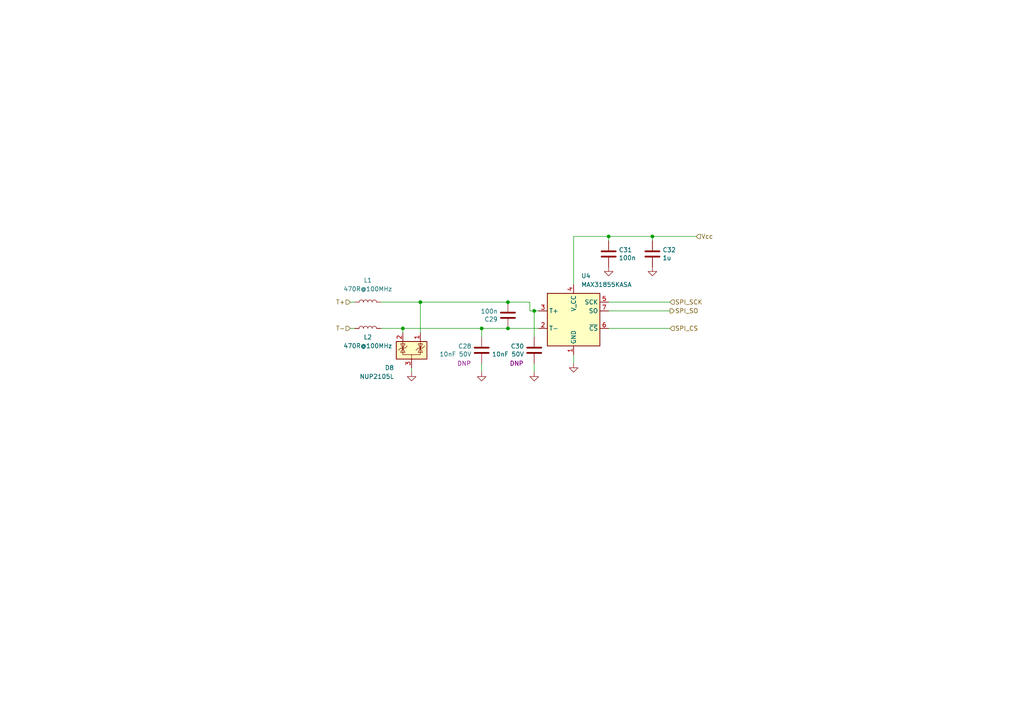
<source format=kicad_sch>
(kicad_sch (version 20230121) (generator eeschema)
  (paper "A4")
  (lib_symbols
    (symbol "Device:C" (pin_numbers hide) (pin_names (offset 0.254))
      (property "Reference" "C" (at 0.635 2.54 0))
      (property "Value" "C" (at 0.635 -2.54 0))
      (symbol "C_0_1"
        (polyline (pts (xy -2.032 -0.762) (xy 2.032 -0.762)) (stroke (width 0.508)))
        (polyline (pts (xy -2.032 0.762) (xy 2.032 0.762)) (stroke (width 0.508)))
      )
      (symbol "C_1_1"
        (pin passive line (at 0 3.81 270) (length 2.794) (name "~") (number "1"))
        (pin passive line (at 0 -3.81 90) (length 2.794) (name "~") (number "2"))
      )
    )
    (symbol "Device:L" (pin_numbers hide) (pin_names (offset 1.016) hide)
      (property "Reference" "L" (at -1.27 0 90))
      (property "Value" "L" (at 1.905 0 90))
      (symbol "L_0_1"
        (arc (start 0 -2.54) (mid 0.6323 -1.905) (end 0 -1.27))
        (arc (start 0 -1.27) (mid 0.6323 -0.635) (end 0 0))
        (arc (start 0 0) (mid 0.6323 0.635) (end 0 1.27))
        (arc (start 0 1.27) (mid 0.6323 1.905) (end 0 2.54))
      )
      (symbol "L_1_1"
        (pin passive line (at 0 3.81 270) (length 1.27) (name "1") (number "1"))
        (pin passive line (at 0 -3.81 90) (length 1.27) (name "2") (number "2"))
      )
    )
    (symbol "MAX31855KASA_1"
      (property "Reference" "U" (at -7.62 8.89 0))
      (property "Value" "MAX31855KASA" (at 1.27 8.89 0))
      (symbol "MAX31855KASA_1_0_1"
        (rectangle (start -7.62 7.62) (end 7.62 -7.62) (stroke (width 0.254)) (fill (type background)))
      )
      (symbol "MAX31855KASA_1_1_1"
        (pin power_in line (at 0 -10.16 90) (length 2.54) (name "GND") (number "1"))
        (pin passive line (at -10.16 -2.54 0) (length 2.54) (name "T-") (number "2"))
        (pin passive line (at -10.16 2.54 0) (length 2.54) (name "T+") (number "3"))
        (pin power_in line (at 0 10.16 270) (length 2.54) (name "V_CC") (number "4"))
        (pin input line (at 10.16 5.08 180) (length 2.54) (name "SCK") (number "5"))
        (pin input line (at 10.16 -2.54 180) (length 2.54) (name "~{CS}") (number "6"))
        (pin tri_state line (at 10.16 2.54 180) (length 2.54) (name "SO") (number "7"))
      )
    )
    (symbol "Power_Protection:NUP2105L" (pin_names hide)
      (property "Reference" "D" (at 5.715 2.54 0))
      (property "Value" "NUP2105L" (at 5.715 0.635 0))
      (symbol "NUP2105L_0_0"
        (pin passive line (at 0 -5.08 90) (length 2.54) (name "A") (number "3"))
      )
      (symbol "NUP2105L_0_1"
        (rectangle (start -4.445 2.54) (end 4.445 -2.54) (stroke (width 0.254)) (fill (type background)))
        (polyline (pts (xy -2.54 2.54) (xy -2.54 0.635)))
        (polyline (pts (xy 0 -1.27) (xy 0 -2.54)))
        (polyline (pts (xy 2.54 2.54) (xy 2.54 0.635)))
        (polyline (pts (xy -3.81 1.27) (xy -3.175 0.635) (xy -1.905 0.635) (xy -1.27 0)))
        (polyline (pts (xy -2.54 0.635) (xy -2.54 -1.27) (xy 2.54 -1.27) (xy 2.54 0.635)))
        (polyline (pts (xy -2.54 0.635) (xy -1.905 -0.635) (xy -3.175 -0.635) (xy -2.54 0.635)))
        (polyline (pts (xy 2.54 0.635) (xy 1.905 -0.635) (xy 3.175 -0.635) (xy 2.54 0.635)))
        (polyline (pts (xy 2.54 0.635) (xy 3.175 1.905) (xy 1.905 1.905) (xy 2.54 0.635)))
        (polyline (pts (xy -2.54 0.635) (xy -3.175 1.905) (xy -1.905 1.905) (xy -2.54 0.635) (xy -2.54 1.27)))
        (polyline (pts (xy 1.27 1.27) (xy 1.905 0.635) (xy 2.54 0.635) (xy 3.175 0.635) (xy 3.81 0)))
      )
      (symbol "NUP2105L_1_1"
        (pin passive line (at -2.54 5.08 270) (length 2.54) (name "K") (number "1"))
        (pin passive line (at 2.54 5.08 270) (length 2.54) (name "K") (number "2"))
      )
    )
    (symbol "power:GND" (power) (pin_names (offset 0))
      (property "Value" "GND" (at 0 -3.81 0))
      (symbol "GND_0_1"
        (polyline (pts (xy 0 0) (xy 0 -1.27) (xy 1.27 -1.27) (xy 0 -2.54) (xy -1.27 -1.27) (xy 0 -1.27)))
      )
      (symbol "GND_1_1"
        (pin power_in line (at 0 0 270) (length 0) hide (name "GND") (number "1"))
      )
    )
  )
  (junction (at 176.53 68.58))
  (junction (at 147.32 87.63))
  (junction (at 116.84 95.25))
  (junction (at 121.92 87.63))
  (junction (at 189.23 68.58))
  (junction (at 139.7 95.25))
  (junction (at 154.94 90.17))
  (junction (at 147.32 95.25))
  (wire (pts (xy 166.37 82.55) (xy 166.37 68.58)))
  (wire (pts (xy 119.38 107.95) (xy 119.38 106.68)))
  (wire (pts (xy 166.37 68.58) (xy 176.53 68.58)))
  (wire (pts (xy 121.92 87.63) (xy 121.92 96.52)))
  (wire (pts (xy 189.23 68.58) (xy 189.23 69.85)))
  (wire (pts (xy 154.94 90.17) (xy 154.94 97.79)))
  (wire (pts (xy 176.53 68.58) (xy 176.53 69.85)))
  (wire (pts (xy 139.7 105.41) (xy 139.7 107.95)))
  (wire (pts (xy 147.32 87.63) (xy 153.67 87.63)))
  (wire (pts (xy 110.49 87.63) (xy 121.92 87.63)))
  (wire (pts (xy 153.67 87.63) (xy 153.67 90.17)))
  (wire (pts (xy 176.53 90.17) (xy 194.31 90.17)))
  (wire (pts (xy 189.23 68.58) (xy 201.93 68.58)))
  (wire (pts (xy 153.67 90.17) (xy 154.94 90.17)))
  (wire (pts (xy 116.84 95.25) (xy 139.7 95.25)))
  (wire (pts (xy 166.37 102.87) (xy 166.37 105.41)))
  (wire (pts (xy 176.53 68.58) (xy 189.23 68.58)))
  (wire (pts (xy 154.94 105.41) (xy 154.94 107.95)))
  (wire (pts (xy 176.53 95.25) (xy 194.31 95.25)))
  (wire (pts (xy 116.84 95.25) (xy 116.84 96.52)))
  (wire (pts (xy 139.7 95.25) (xy 139.7 97.79)))
  (wire (pts (xy 110.49 95.25) (xy 116.84 95.25)))
  (wire (pts (xy 121.92 87.63) (xy 147.32 87.63)))
  (wire (pts (xy 101.6 87.63) (xy 102.87 87.63)))
  (wire (pts (xy 139.7 95.25) (xy 147.32 95.25)))
  (wire (pts (xy 154.94 90.17) (xy 156.21 90.17)))
  (wire (pts (xy 101.6 95.25) (xy 102.87 95.25)))
  (wire (pts (xy 176.53 87.63) (xy 194.31 87.63)))
  (wire (pts (xy 147.32 95.25) (xy 156.21 95.25)))
  (hierarchical_label "Vcc" (shape input) (at 201.93 68.58 0))
  (hierarchical_label "SPI_SO" (shape output) (at 194.31 90.17 0))
  (hierarchical_label "SPI_SCK" (shape input) (at 194.31 87.63 0))
  (hierarchical_label "SPI_CS" (shape input) (at 194.31 95.25 0))
  (hierarchical_label "T+" (shape input) (at 101.6 87.63 180))
  (hierarchical_label "T-" (shape input) (at 101.6 95.25 180))
  (symbol (lib_name "MAX31855KASA_1") (lib_id "Sensor_Temperature:MAX31855KASA") (at 166.37 92.71 0) (unit 1)
    (property "Reference" "U4" (at 168.5641 80.01 0) (effects (justify left)))
    (property "Value" "MAX31855KASA" (at 168.5641 82.55 0) (effects (justify left)))
    (property "Footprint" "Package_SO:SOIC-8_3.9x4.9mm_P1.27mm" (effects hide))
    (property "Datasheet" "http://datasheets.maximintegrated.com/en/ds/MAX31855.pdf" (effects hide))
    (property "LCSC" "C52028" (effects hide))
  )
  (symbol (lib_id "Device:C") (at 154.94 101.6 0) (mirror y) (unit 1) (in_bom no)
    (property "Reference" "C30" (at 152.019 100.4316 0) (effects (justify left)))
    (property "Value" "10nF 50V" (at 152.019 102.743 0) (effects (justify left)))
    (property "Footprint" "Capacitor_SMD:C_0402_1005Metric" (effects hide))
    (property "MyComment" "DNP" (at 149.86 105.41 0))
  )
  (symbol (lib_id "Power_Protection:NUP2105L") (at 119.38 101.6 0) (mirror y) (unit 1)
    (property "Reference" "D8" (at 114.3 106.68 0) (effects (justify left)))
    (property "Value" "NUP2105L" (at 114.3 109.22 0) (effects (justify left)))
    (property "Footprint" "Package_TO_SOT_SMD:SOT-23" (effects hide))
    (property "Datasheet" "http://www.onsemi.com/pub_link/Collateral/NUP2105L-D.PDF" (effects hide))
    (property "LCSC" "C284104" (effects hide))
  )
  (symbol (lib_id "Device:L") (at 106.68 87.63 90) (unit 1)
    (property "Reference" "L1" (at 106.68 81.28 90))
    (property "Value" "470R@100MHz" (at 106.68 83.82 90))
    (property "Footprint" "Inductor_SMD:L_0603_1608Metric" (effects hide))
    (property "LCSC" "C97853" (effects hide))
  )
  (symbol (lib_id "power:GND") (at 176.53 77.47 0) (unit 1)
    (property "Reference" "#PWR0109" (effects hide))
    (property "Value" "GND" (effects hide))
  )
  (symbol (lib_id "Device:L") (at 106.68 95.25 90) (unit 1)
    (property "Reference" "L2" (at 106.68 97.79 90))
    (property "Value" "470R@100MHz" (at 106.68 100.33 90))
    (property "Footprint" "Inductor_SMD:L_0603_1608Metric" (effects hide))
    (property "LCSC" "C97853" (effects hide))
  )
  (symbol (lib_id "power:GND") (at 189.23 77.47 0) (unit 1)
    (property "Reference" "#PWR0110" (effects hide))
    (property "Value" "GND" (effects hide))
  )
  (symbol (lib_id "power:GND") (at 139.7 107.95 0) (unit 1)
    (property "Reference" "#PWR0106" (effects hide))
    (property "Value" "GND" (effects hide))
  )
  (symbol (lib_id "power:GND") (at 154.94 107.95 0) (unit 1)
    (property "Reference" "#PWR0107" (effects hide))
    (property "Value" "GND" (effects hide))
  )
  (symbol (lib_id "power:GND") (at 166.37 105.41 0) (unit 1)
    (property "Reference" "#PWR0108" (effects hide))
    (property "Value" "GND" (effects hide))
  )
  (symbol (lib_id "Device:C") (at 147.32 91.44 180) (unit 1)
    (property "Reference" "C29" (at 144.399 92.6084 0) (effects (justify left)))
    (property "Value" "100n" (at 144.399 90.297 0) (effects (justify left)))
    (property "Footprint" "Capacitor_SMD:C_0402_1005Metric" (effects hide))
    (property "LCSC" "C1525" (effects hide))
  )
  (symbol (lib_id "Device:C") (at 139.7 101.6 0) (mirror y) (unit 1) (in_bom no)
    (property "Reference" "C28" (at 136.779 100.4316 0) (effects (justify left)))
    (property "Value" "10nF 50V" (at 136.779 102.743 0) (effects (justify left)))
    (property "Footprint" "Capacitor_SMD:C_0402_1005Metric" (effects hide))
    (property "MyComment" "DNP" (at 134.62 105.41 0))
  )
  (symbol (lib_id "Device:C") (at 189.23 73.66 0) (unit 1)
    (property "Reference" "C32" (at 192.151 72.4916 0) (effects (justify left)))
    (property "Value" "1u" (at 192.151 74.803 0) (effects (justify left)))
    (property "Footprint" "Capacitor_SMD:C_0402_1005Metric" (effects hide))
    (property "LCSC" "C52923" (effects hide))
  )
  (symbol (lib_id "power:GND") (at 119.38 107.95 0) (unit 1)
    (property "Reference" "#PWR0105" (effects hide))
    (property "Value" "GND" (effects hide))
  )
  (symbol (lib_id "Device:C") (at 176.53 73.66 0) (unit 1)
    (property "Reference" "C31" (at 179.451 72.4916 0) (effects (justify left)))
    (property "Value" "100n" (at 179.451 74.803 0) (effects (justify left)))
    (property "Footprint" "Capacitor_SMD:C_0402_1005Metric" (effects hide))
    (property "LCSC" "C1525" (effects hide))
  )
)
</source>
